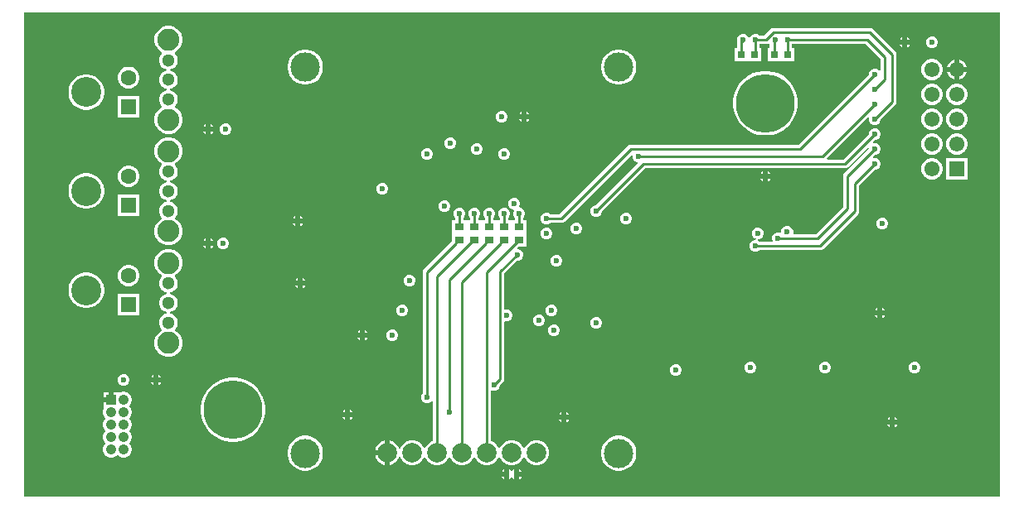
<source format=gbl>
G04*
G04 #@! TF.GenerationSoftware,Altium Limited,Altium Designer,21.9.1 (22)*
G04*
G04 Layer_Physical_Order=4*
G04 Layer_Color=16711680*
%FSLAX25Y25*%
%MOIN*%
G70*
G04*
G04 #@! TF.SameCoordinates,DC2D0AE7-CD98-4BDC-8897-A2E9BC7E3A80*
G04*
G04*
G04 #@! TF.FilePolarity,Positive*
G04*
G01*
G75*
%ADD12C,0.01000*%
%ADD16R,0.02756X0.02756*%
%ADD53C,0.07874*%
%ADD54C,0.11811*%
%ADD55C,0.06102*%
%ADD56R,0.06102X0.06102*%
%ADD57C,0.05118*%
%ADD58C,0.08858*%
%ADD59C,0.12008*%
%ADD60C,0.06319*%
%ADD61R,0.06319X0.06319*%
%ADD62R,0.04173X0.04173*%
%ADD63C,0.04173*%
%ADD64C,0.23622*%
%ADD65C,0.02362*%
%ADD66R,0.03740X0.03150*%
G36*
X315197Y-241111D02*
X-76898D01*
Y-45866D01*
X315197D01*
Y-241111D01*
D02*
G37*
%LPC*%
G36*
X263000Y-52286D02*
X224208D01*
X223552Y-52416D01*
X222996Y-52788D01*
X220498Y-55286D01*
X218627D01*
X218338Y-54997D01*
X217470Y-54638D01*
X216530D01*
X215662Y-54997D01*
X214997Y-55662D01*
X214771Y-56209D01*
X214229D01*
X214003Y-55662D01*
X213338Y-54997D01*
X212470Y-54638D01*
X211530D01*
X210662Y-54997D01*
X209997Y-55662D01*
X209638Y-56530D01*
Y-57470D01*
X209653Y-57507D01*
X209530Y-58125D01*
Y-60441D01*
X208685D01*
Y-65559D01*
X213697D01*
X213803Y-65559D01*
X214197D01*
X214303Y-65559D01*
X219315D01*
Y-60441D01*
X218592D01*
Y-58749D01*
X218627Y-58714D01*
X221208D01*
X221864Y-58584D01*
X222274Y-58310D01*
X222687Y-58478D01*
X222774Y-58565D01*
Y-60441D01*
X221929D01*
Y-65559D01*
X227047D01*
Y-65559D01*
X227441D01*
Y-65559D01*
X232559D01*
Y-60441D01*
X231714D01*
Y-58714D01*
X261290D01*
X267286Y-64710D01*
Y-69238D01*
X266786Y-69445D01*
X266338Y-68997D01*
X265470Y-68638D01*
X264530D01*
X263662Y-68997D01*
X262997Y-69662D01*
X262638Y-70530D01*
Y-70938D01*
X234290Y-99286D01*
X167000D01*
X166344Y-99416D01*
X165788Y-99788D01*
X138290Y-127286D01*
X134627D01*
X134338Y-126997D01*
X133470Y-126638D01*
X132530D01*
X131662Y-126997D01*
X130997Y-127662D01*
X130638Y-128530D01*
Y-129470D01*
X130997Y-130338D01*
X131662Y-131003D01*
X132530Y-131362D01*
X133470D01*
X134338Y-131003D01*
X134627Y-130714D01*
X139000D01*
X139656Y-130584D01*
X140212Y-130212D01*
X167240Y-103184D01*
X167664Y-103467D01*
X167638Y-103530D01*
Y-104470D01*
X167997Y-105338D01*
X168662Y-106003D01*
X169530Y-106362D01*
X169561D01*
X169752Y-106824D01*
X152938Y-123638D01*
X152530D01*
X151662Y-123997D01*
X150997Y-124662D01*
X150638Y-125530D01*
Y-126470D01*
X150997Y-127338D01*
X151662Y-128003D01*
X152530Y-128362D01*
X153470D01*
X154338Y-128003D01*
X155003Y-127338D01*
X155362Y-126470D01*
Y-126062D01*
X172710Y-108714D01*
X253000D01*
X253656Y-108584D01*
X254212Y-108212D01*
X262240Y-100184D01*
X262664Y-100467D01*
X262638Y-100530D01*
Y-100938D01*
X252788Y-110788D01*
X252416Y-111344D01*
X252286Y-112000D01*
Y-124290D01*
X241290Y-135286D01*
X232408D01*
X232134Y-134875D01*
Y-133935D01*
X231774Y-133067D01*
X231109Y-132403D01*
X230241Y-132043D01*
X229301D01*
X228433Y-132403D01*
X227769Y-133067D01*
X227409Y-133935D01*
Y-134486D01*
X226909Y-134820D01*
X226470Y-134638D01*
X225530D01*
X224662Y-134997D01*
X223997Y-135662D01*
X223638Y-136530D01*
Y-137470D01*
X223804Y-137870D01*
X223526Y-138286D01*
X218627D01*
X218338Y-137997D01*
X217717Y-137740D01*
X217816Y-137240D01*
X218348D01*
X219216Y-136881D01*
X219881Y-136216D01*
X220240Y-135348D01*
Y-134408D01*
X219881Y-133540D01*
X219216Y-132875D01*
X218348Y-132516D01*
X217408D01*
X216540Y-132875D01*
X215875Y-133540D01*
X215516Y-134408D01*
Y-135348D01*
X215875Y-136216D01*
X216540Y-136881D01*
X217161Y-137138D01*
X217061Y-137638D01*
X216530D01*
X215662Y-137997D01*
X214997Y-138662D01*
X214638Y-139530D01*
Y-140470D01*
X214997Y-141338D01*
X215662Y-142003D01*
X216530Y-142362D01*
X217470D01*
X218338Y-142003D01*
X218627Y-141714D01*
X243000D01*
X243656Y-141584D01*
X244212Y-141212D01*
X258212Y-127212D01*
X258584Y-126656D01*
X258714Y-126000D01*
Y-115710D01*
X265062Y-109362D01*
X265470D01*
X266338Y-109003D01*
X267003Y-108338D01*
X267362Y-107470D01*
Y-106530D01*
X267003Y-105662D01*
X266338Y-104997D01*
X265470Y-104638D01*
X264530D01*
X264467Y-104664D01*
X264184Y-104240D01*
X265062Y-103362D01*
X265470D01*
X266338Y-103003D01*
X267003Y-102338D01*
X267362Y-101470D01*
Y-100530D01*
X267003Y-99662D01*
X266338Y-98997D01*
X265470Y-98638D01*
X264530D01*
X264467Y-98664D01*
X264184Y-98240D01*
X265062Y-97362D01*
X265470D01*
X266338Y-97003D01*
X267003Y-96338D01*
X267362Y-95470D01*
Y-94530D01*
X267003Y-93662D01*
X266338Y-92997D01*
X265470Y-92638D01*
X264530D01*
X263662Y-92997D01*
X262997Y-93662D01*
X262638Y-94530D01*
Y-94938D01*
X252290Y-105286D01*
X245845D01*
X245638Y-104786D01*
X262240Y-88184D01*
X262664Y-88467D01*
X262638Y-88530D01*
Y-89470D01*
X262997Y-90338D01*
X263662Y-91003D01*
X264530Y-91362D01*
X265470D01*
X266338Y-91003D01*
X267003Y-90338D01*
X267362Y-89470D01*
Y-89062D01*
X273212Y-83212D01*
X273584Y-82656D01*
X273714Y-82000D01*
Y-63000D01*
X273584Y-62344D01*
X273212Y-61788D01*
X264212Y-52788D01*
X263656Y-52416D01*
X263000Y-52286D01*
D02*
G37*
G36*
X277984Y-56047D02*
Y-57016D01*
X278953D01*
X278849Y-56765D01*
X278236Y-56151D01*
X277984Y-56047D01*
D02*
G37*
G36*
X276016D02*
X275764Y-56151D01*
X275151Y-56765D01*
X275047Y-57016D01*
X276016D01*
Y-56047D01*
D02*
G37*
G36*
X278953Y-58984D02*
X277984D01*
Y-59953D01*
X278236Y-59849D01*
X278849Y-59236D01*
X278953Y-58984D01*
D02*
G37*
G36*
X276016D02*
X275047D01*
X275151Y-59236D01*
X275764Y-59849D01*
X276016Y-59953D01*
Y-58984D01*
D02*
G37*
G36*
X288470Y-55638D02*
X287530D01*
X286662Y-55997D01*
X285997Y-56662D01*
X285638Y-57530D01*
Y-58470D01*
X285997Y-59338D01*
X286662Y-60003D01*
X287530Y-60362D01*
X288470D01*
X289338Y-60003D01*
X290003Y-59338D01*
X290362Y-58470D01*
Y-57530D01*
X290003Y-56662D01*
X289338Y-55997D01*
X288470Y-55638D01*
D02*
G37*
G36*
X298984Y-65070D02*
Y-68016D01*
X301930D01*
X301775Y-67436D01*
X301242Y-66513D01*
X300487Y-65758D01*
X299564Y-65225D01*
X298984Y-65070D01*
D02*
G37*
G36*
X297016D02*
X296436Y-65225D01*
X295513Y-65758D01*
X294758Y-66513D01*
X294225Y-67436D01*
X294070Y-68016D01*
X297016D01*
Y-65070D01*
D02*
G37*
G36*
X301930Y-69984D02*
X298984D01*
Y-72930D01*
X299564Y-72775D01*
X300487Y-72242D01*
X301242Y-71487D01*
X301775Y-70564D01*
X301930Y-69984D01*
D02*
G37*
G36*
X297016D02*
X294070D01*
X294225Y-70564D01*
X294758Y-71487D01*
X295513Y-72242D01*
X296436Y-72775D01*
X297016Y-72930D01*
Y-69984D01*
D02*
G37*
G36*
X288557Y-64768D02*
X287443D01*
X286366Y-65056D01*
X285401Y-65613D01*
X284613Y-66401D01*
X284056Y-67366D01*
X283768Y-68443D01*
Y-69557D01*
X284056Y-70634D01*
X284613Y-71599D01*
X285401Y-72387D01*
X286366Y-72944D01*
X287443Y-73232D01*
X288557D01*
X289634Y-72944D01*
X290599Y-72387D01*
X291387Y-71599D01*
X291944Y-70634D01*
X292232Y-69557D01*
Y-68443D01*
X291944Y-67366D01*
X291387Y-66401D01*
X290599Y-65613D01*
X289634Y-65056D01*
X288557Y-64768D01*
D02*
G37*
G36*
X162698Y-60913D02*
X161302D01*
X159933Y-61186D01*
X158643Y-61720D01*
X157483Y-62495D01*
X156495Y-63483D01*
X155720Y-64643D01*
X155186Y-65933D01*
X154913Y-67302D01*
Y-68698D01*
X155186Y-70067D01*
X155720Y-71357D01*
X156495Y-72517D01*
X157483Y-73505D01*
X158643Y-74280D01*
X159933Y-74814D01*
X161302Y-75087D01*
X162698D01*
X164067Y-74814D01*
X165357Y-74280D01*
X166517Y-73505D01*
X167505Y-72517D01*
X168280Y-71357D01*
X168814Y-70067D01*
X169087Y-68698D01*
Y-67302D01*
X168814Y-65933D01*
X168280Y-64643D01*
X167505Y-63483D01*
X166517Y-62495D01*
X165357Y-61720D01*
X164067Y-61186D01*
X162698Y-60913D01*
D02*
G37*
G36*
X36714D02*
X35318D01*
X33949Y-61186D01*
X32659Y-61720D01*
X31498Y-62495D01*
X30511Y-63483D01*
X29736Y-64643D01*
X29201Y-65933D01*
X28929Y-67302D01*
Y-68698D01*
X29201Y-70067D01*
X29736Y-71357D01*
X30511Y-72517D01*
X31498Y-73505D01*
X32659Y-74280D01*
X33949Y-74814D01*
X35318Y-75087D01*
X36714D01*
X38083Y-74814D01*
X39373Y-74280D01*
X40533Y-73505D01*
X41520Y-72517D01*
X42296Y-71357D01*
X42830Y-70067D01*
X43102Y-68698D01*
Y-67302D01*
X42830Y-65933D01*
X42296Y-64643D01*
X41520Y-63483D01*
X40533Y-62495D01*
X39373Y-61720D01*
X38083Y-61186D01*
X36714Y-60913D01*
D02*
G37*
G36*
X-34429Y-67848D02*
X-35571D01*
X-36675Y-68144D01*
X-37665Y-68716D01*
X-38473Y-69524D01*
X-39045Y-70514D01*
X-39341Y-71618D01*
Y-72760D01*
X-39045Y-73864D01*
X-38473Y-74854D01*
X-37665Y-75662D01*
X-36675Y-76234D01*
X-35571Y-76530D01*
X-34429D01*
X-33325Y-76234D01*
X-32335Y-75662D01*
X-31527Y-74854D01*
X-30955Y-73864D01*
X-30659Y-72760D01*
Y-71618D01*
X-30955Y-70514D01*
X-31527Y-69524D01*
X-32335Y-68716D01*
X-33325Y-68144D01*
X-34429Y-67848D01*
D02*
G37*
G36*
X298557Y-74768D02*
X297443D01*
X296366Y-75056D01*
X295401Y-75613D01*
X294613Y-76401D01*
X294056Y-77366D01*
X293768Y-78443D01*
Y-79557D01*
X294056Y-80634D01*
X294613Y-81599D01*
X295401Y-82387D01*
X296366Y-82944D01*
X297443Y-83232D01*
X298557D01*
X299634Y-82944D01*
X300599Y-82387D01*
X301387Y-81599D01*
X301944Y-80634D01*
X302232Y-79557D01*
Y-78443D01*
X301944Y-77366D01*
X301387Y-76401D01*
X300599Y-75613D01*
X299634Y-75056D01*
X298557Y-74768D01*
D02*
G37*
G36*
X288557D02*
X287443D01*
X286366Y-75056D01*
X285401Y-75613D01*
X284613Y-76401D01*
X284056Y-77366D01*
X283768Y-78443D01*
Y-79557D01*
X284056Y-80634D01*
X284613Y-81599D01*
X285401Y-82387D01*
X286366Y-82944D01*
X287443Y-83232D01*
X288557D01*
X289634Y-82944D01*
X290599Y-82387D01*
X291387Y-81599D01*
X291944Y-80634D01*
X292232Y-79557D01*
Y-78443D01*
X291944Y-77366D01*
X291387Y-76401D01*
X290599Y-75613D01*
X289634Y-75056D01*
X288557Y-74768D01*
D02*
G37*
G36*
X-51300Y-70910D02*
X-52715D01*
X-54104Y-71186D01*
X-55411Y-71727D01*
X-56588Y-72514D01*
X-57589Y-73514D01*
X-58375Y-74691D01*
X-58917Y-75999D01*
X-59193Y-77387D01*
Y-78802D01*
X-58917Y-80190D01*
X-58375Y-81498D01*
X-57589Y-82675D01*
X-56588Y-83675D01*
X-55411Y-84462D01*
X-54104Y-85003D01*
X-52715Y-85280D01*
X-51300D01*
X-49912Y-85003D01*
X-48605Y-84462D01*
X-47428Y-83675D01*
X-46427Y-82675D01*
X-45641Y-81498D01*
X-45099Y-80190D01*
X-44823Y-78802D01*
Y-77387D01*
X-45099Y-75999D01*
X-45641Y-74691D01*
X-46427Y-73514D01*
X-47428Y-72514D01*
X-48605Y-71727D01*
X-49912Y-71186D01*
X-51300Y-70910D01*
D02*
G37*
G36*
X124984Y-86047D02*
Y-87016D01*
X125953D01*
X125849Y-86765D01*
X125235Y-86151D01*
X124984Y-86047D01*
D02*
G37*
G36*
X123016D02*
X122765Y-86151D01*
X122151Y-86765D01*
X122047Y-87016D01*
X123016D01*
Y-86047D01*
D02*
G37*
G36*
X-30659Y-79659D02*
X-39341D01*
Y-88341D01*
X-30659D01*
Y-79659D01*
D02*
G37*
G36*
X125953Y-88984D02*
X124984D01*
Y-89953D01*
X125235Y-89849D01*
X125849Y-89236D01*
X125953Y-88984D01*
D02*
G37*
G36*
X123016D02*
X122047D01*
X122151Y-89236D01*
X122765Y-89849D01*
X123016Y-89953D01*
Y-88984D01*
D02*
G37*
G36*
X115470Y-85638D02*
X114530D01*
X113662Y-85997D01*
X112997Y-86662D01*
X112638Y-87530D01*
Y-88470D01*
X112997Y-89338D01*
X113662Y-90003D01*
X114530Y-90362D01*
X115470D01*
X116338Y-90003D01*
X117003Y-89338D01*
X117362Y-88470D01*
Y-87530D01*
X117003Y-86662D01*
X116338Y-85997D01*
X115470Y-85638D01*
D02*
G37*
G36*
X-2016Y-91047D02*
Y-92016D01*
X-1047D01*
X-1151Y-91764D01*
X-1764Y-91151D01*
X-2016Y-91047D01*
D02*
G37*
G36*
X-3984D02*
X-4236Y-91151D01*
X-4849Y-91764D01*
X-4953Y-92016D01*
X-3984D01*
Y-91047D01*
D02*
G37*
G36*
X298557Y-84768D02*
X297443D01*
X296366Y-85056D01*
X295401Y-85613D01*
X294613Y-86401D01*
X294056Y-87366D01*
X293768Y-88443D01*
Y-89557D01*
X294056Y-90634D01*
X294613Y-91599D01*
X295401Y-92387D01*
X296366Y-92944D01*
X297443Y-93232D01*
X298557D01*
X299634Y-92944D01*
X300599Y-92387D01*
X301387Y-91599D01*
X301944Y-90634D01*
X302232Y-89557D01*
Y-88443D01*
X301944Y-87366D01*
X301387Y-86401D01*
X300599Y-85613D01*
X299634Y-85056D01*
X298557Y-84768D01*
D02*
G37*
G36*
X288557D02*
X287443D01*
X286366Y-85056D01*
X285401Y-85613D01*
X284613Y-86401D01*
X284056Y-87366D01*
X283768Y-88443D01*
Y-89557D01*
X284056Y-90634D01*
X284613Y-91599D01*
X285401Y-92387D01*
X286366Y-92944D01*
X287443Y-93232D01*
X288557D01*
X289634Y-92944D01*
X290599Y-92387D01*
X291387Y-91599D01*
X291944Y-90634D01*
X292232Y-89557D01*
Y-88443D01*
X291944Y-87366D01*
X291387Y-86401D01*
X290599Y-85613D01*
X289634Y-85056D01*
X288557Y-84768D01*
D02*
G37*
G36*
X-18261Y-51374D02*
X-19739D01*
X-21166Y-51756D01*
X-22445Y-52495D01*
X-23489Y-53540D01*
X-24228Y-54819D01*
X-24610Y-56246D01*
Y-57723D01*
X-24228Y-59150D01*
X-23489Y-60429D01*
X-22445Y-61474D01*
X-21667Y-61923D01*
X-21585Y-62547D01*
X-21993Y-62955D01*
X-22485Y-63808D01*
X-22740Y-64760D01*
Y-65744D01*
X-22485Y-66696D01*
X-21993Y-67549D01*
X-21296Y-68245D01*
X-20444Y-68737D01*
X-19724Y-68930D01*
Y-69448D01*
X-20444Y-69641D01*
X-21296Y-70133D01*
X-21993Y-70829D01*
X-22485Y-71682D01*
X-22740Y-72634D01*
Y-73618D01*
X-22485Y-74570D01*
X-21993Y-75423D01*
X-21296Y-76119D01*
X-20444Y-76611D01*
X-19724Y-76804D01*
Y-77322D01*
X-20444Y-77515D01*
X-21296Y-78007D01*
X-21993Y-78703D01*
X-22485Y-79556D01*
X-22740Y-80508D01*
Y-81492D01*
X-22485Y-82444D01*
X-21993Y-83297D01*
X-21585Y-83705D01*
X-21667Y-84329D01*
X-22445Y-84778D01*
X-23489Y-85823D01*
X-24228Y-87102D01*
X-24610Y-88529D01*
Y-90006D01*
X-24228Y-91433D01*
X-23489Y-92712D01*
X-22445Y-93757D01*
X-21166Y-94496D01*
X-19739Y-94878D01*
X-18261D01*
X-16835Y-94496D01*
X-15555Y-93757D01*
X-14511Y-92712D01*
X-13772Y-91433D01*
X-13390Y-90006D01*
Y-88529D01*
X-13772Y-87102D01*
X-14511Y-85823D01*
X-15555Y-84778D01*
X-16333Y-84329D01*
X-16415Y-83705D01*
X-16007Y-83297D01*
X-15515Y-82444D01*
X-15260Y-81492D01*
Y-80508D01*
X-15515Y-79556D01*
X-16007Y-78703D01*
X-16703Y-78007D01*
X-17556Y-77515D01*
X-18276Y-77322D01*
Y-76804D01*
X-17556Y-76611D01*
X-16703Y-76119D01*
X-16007Y-75423D01*
X-15515Y-74570D01*
X-15260Y-73618D01*
Y-72634D01*
X-15515Y-71682D01*
X-16007Y-70829D01*
X-16703Y-70133D01*
X-17556Y-69641D01*
X-18276Y-69448D01*
Y-68930D01*
X-17556Y-68737D01*
X-16703Y-68245D01*
X-16007Y-67549D01*
X-15515Y-66696D01*
X-15260Y-65744D01*
Y-64760D01*
X-15515Y-63808D01*
X-16007Y-62955D01*
X-16415Y-62547D01*
X-16333Y-61923D01*
X-15555Y-61474D01*
X-14511Y-60429D01*
X-13772Y-59150D01*
X-13390Y-57723D01*
Y-56246D01*
X-13772Y-54819D01*
X-14511Y-53540D01*
X-15555Y-52495D01*
X-16835Y-51756D01*
X-18261Y-51374D01*
D02*
G37*
G36*
X-1047Y-93984D02*
X-2016D01*
Y-94953D01*
X-1764Y-94849D01*
X-1151Y-94235D01*
X-1047Y-93984D01*
D02*
G37*
G36*
X-3984D02*
X-4953D01*
X-4849Y-94235D01*
X-4236Y-94849D01*
X-3984Y-94953D01*
Y-93984D01*
D02*
G37*
G36*
X4470Y-90638D02*
X3530D01*
X2662Y-90997D01*
X1997Y-91662D01*
X1638Y-92530D01*
Y-93470D01*
X1997Y-94338D01*
X2662Y-95003D01*
X3530Y-95362D01*
X4470D01*
X5338Y-95003D01*
X6003Y-94338D01*
X6362Y-93470D01*
Y-92530D01*
X6003Y-91662D01*
X5338Y-90997D01*
X4470Y-90638D01*
D02*
G37*
G36*
X222023Y-69508D02*
X219977D01*
X217958Y-69828D01*
X216013Y-70460D01*
X214191Y-71388D01*
X212536Y-72590D01*
X211090Y-74036D01*
X209888Y-75691D01*
X208960Y-77513D01*
X208328Y-79458D01*
X208008Y-81477D01*
Y-83522D01*
X208328Y-85542D01*
X208960Y-87487D01*
X209888Y-89309D01*
X211090Y-90964D01*
X212536Y-92410D01*
X214191Y-93612D01*
X216013Y-94540D01*
X217958Y-95172D01*
X219977Y-95492D01*
X222023D01*
X224042Y-95172D01*
X225987Y-94540D01*
X227809Y-93612D01*
X229464Y-92410D01*
X230910Y-90964D01*
X232112Y-89309D01*
X233040Y-87487D01*
X233672Y-85542D01*
X233992Y-83522D01*
Y-81477D01*
X233672Y-79458D01*
X233040Y-77513D01*
X232112Y-75691D01*
X230910Y-74036D01*
X229464Y-72590D01*
X227809Y-71388D01*
X225987Y-70460D01*
X224042Y-69828D01*
X222023Y-69508D01*
D02*
G37*
G36*
X94872Y-96217D02*
X93932D01*
X93064Y-96576D01*
X92399Y-97241D01*
X92040Y-98109D01*
Y-99049D01*
X92399Y-99917D01*
X93064Y-100581D01*
X93932Y-100941D01*
X94872D01*
X95740Y-100581D01*
X96405Y-99917D01*
X96764Y-99049D01*
Y-98109D01*
X96405Y-97241D01*
X95740Y-96576D01*
X94872Y-96217D01*
D02*
G37*
G36*
X298557Y-94768D02*
X297443D01*
X296366Y-95056D01*
X295401Y-95613D01*
X294613Y-96401D01*
X294056Y-97366D01*
X293768Y-98443D01*
Y-99557D01*
X294056Y-100634D01*
X294613Y-101599D01*
X295401Y-102387D01*
X296366Y-102944D01*
X297443Y-103232D01*
X298557D01*
X299634Y-102944D01*
X300599Y-102387D01*
X301387Y-101599D01*
X301944Y-100634D01*
X302232Y-99557D01*
Y-98443D01*
X301944Y-97366D01*
X301387Y-96401D01*
X300599Y-95613D01*
X299634Y-95056D01*
X298557Y-94768D01*
D02*
G37*
G36*
X288557D02*
X287443D01*
X286366Y-95056D01*
X285401Y-95613D01*
X284613Y-96401D01*
X284056Y-97366D01*
X283768Y-98443D01*
Y-99557D01*
X284056Y-100634D01*
X284613Y-101599D01*
X285401Y-102387D01*
X286366Y-102944D01*
X287443Y-103232D01*
X288557D01*
X289634Y-102944D01*
X290599Y-102387D01*
X291387Y-101599D01*
X291944Y-100634D01*
X292232Y-99557D01*
Y-98443D01*
X291944Y-97366D01*
X291387Y-96401D01*
X290599Y-95613D01*
X289634Y-95056D01*
X288557Y-94768D01*
D02*
G37*
G36*
X105470Y-98638D02*
X104530D01*
X103662Y-98997D01*
X102997Y-99662D01*
X102638Y-100530D01*
Y-101470D01*
X102997Y-102338D01*
X103662Y-103003D01*
X104530Y-103362D01*
X105470D01*
X106338Y-103003D01*
X107003Y-102338D01*
X107362Y-101470D01*
Y-100530D01*
X107003Y-99662D01*
X106338Y-98997D01*
X105470Y-98638D01*
D02*
G37*
G36*
X116470Y-100638D02*
X115530D01*
X114662Y-100997D01*
X113997Y-101662D01*
X113638Y-102530D01*
Y-103470D01*
X113997Y-104338D01*
X114662Y-105003D01*
X115530Y-105362D01*
X116470D01*
X117338Y-105003D01*
X118003Y-104338D01*
X118362Y-103470D01*
Y-102530D01*
X118003Y-101662D01*
X117338Y-100997D01*
X116470Y-100638D01*
D02*
G37*
G36*
X85470D02*
X84530D01*
X83662Y-100997D01*
X82997Y-101662D01*
X82638Y-102530D01*
Y-103470D01*
X82997Y-104338D01*
X83662Y-105003D01*
X84530Y-105362D01*
X85470D01*
X86338Y-105003D01*
X87003Y-104338D01*
X87362Y-103470D01*
Y-102530D01*
X87003Y-101662D01*
X86338Y-100997D01*
X85470Y-100638D01*
D02*
G37*
G36*
X221984Y-110047D02*
Y-111016D01*
X222953D01*
X222849Y-110765D01*
X222235Y-110151D01*
X221984Y-110047D01*
D02*
G37*
G36*
X220016D02*
X219764Y-110151D01*
X219151Y-110765D01*
X219047Y-111016D01*
X220016D01*
Y-110047D01*
D02*
G37*
G36*
X302232Y-104768D02*
X293768D01*
Y-113232D01*
X302232D01*
Y-104768D01*
D02*
G37*
G36*
X288557D02*
X287443D01*
X286366Y-105056D01*
X285401Y-105613D01*
X284613Y-106401D01*
X284056Y-107366D01*
X283768Y-108443D01*
Y-109557D01*
X284056Y-110634D01*
X284613Y-111599D01*
X285401Y-112387D01*
X286366Y-112944D01*
X287443Y-113232D01*
X288557D01*
X289634Y-112944D01*
X290599Y-112387D01*
X291387Y-111599D01*
X291944Y-110634D01*
X292232Y-109557D01*
Y-108443D01*
X291944Y-107366D01*
X291387Y-106401D01*
X290599Y-105613D01*
X289634Y-105056D01*
X288557Y-104768D01*
D02*
G37*
G36*
X222953Y-112984D02*
X221984D01*
Y-113953D01*
X222235Y-113849D01*
X222849Y-113235D01*
X222953Y-112984D01*
D02*
G37*
G36*
X220016D02*
X219047D01*
X219151Y-113235D01*
X219764Y-113849D01*
X220016Y-113953D01*
Y-112984D01*
D02*
G37*
G36*
X-34429Y-107659D02*
X-35571D01*
X-36675Y-107955D01*
X-37665Y-108527D01*
X-38473Y-109335D01*
X-39045Y-110325D01*
X-39341Y-111429D01*
Y-112571D01*
X-39045Y-113675D01*
X-38473Y-114665D01*
X-37665Y-115473D01*
X-36675Y-116045D01*
X-35571Y-116341D01*
X-34429D01*
X-33325Y-116045D01*
X-32335Y-115473D01*
X-31527Y-114665D01*
X-30955Y-113675D01*
X-30659Y-112571D01*
Y-111429D01*
X-30955Y-110325D01*
X-31527Y-109335D01*
X-32335Y-108527D01*
X-33325Y-107955D01*
X-34429Y-107659D01*
D02*
G37*
G36*
X67470Y-114638D02*
X66530D01*
X65662Y-114997D01*
X64997Y-115662D01*
X64638Y-116530D01*
Y-117470D01*
X64997Y-118338D01*
X65662Y-119003D01*
X66530Y-119362D01*
X67470D01*
X68338Y-119003D01*
X69003Y-118338D01*
X69362Y-117470D01*
Y-116530D01*
X69003Y-115662D01*
X68338Y-114997D01*
X67470Y-114638D01*
D02*
G37*
G36*
X-51300Y-110721D02*
X-52715D01*
X-54104Y-110997D01*
X-55411Y-111538D01*
X-56588Y-112325D01*
X-57589Y-113325D01*
X-58375Y-114502D01*
X-58917Y-115810D01*
X-59193Y-117198D01*
Y-118613D01*
X-58917Y-120001D01*
X-58375Y-121309D01*
X-57589Y-122486D01*
X-56588Y-123486D01*
X-55411Y-124273D01*
X-54104Y-124814D01*
X-52715Y-125091D01*
X-51300D01*
X-49912Y-124814D01*
X-48605Y-124273D01*
X-47428Y-123486D01*
X-46427Y-122486D01*
X-45641Y-121309D01*
X-45099Y-120001D01*
X-44823Y-118613D01*
Y-117198D01*
X-45099Y-115810D01*
X-45641Y-114502D01*
X-46427Y-113325D01*
X-47428Y-112325D01*
X-48605Y-111538D01*
X-49912Y-110997D01*
X-51300Y-110721D01*
D02*
G37*
G36*
X92470Y-121638D02*
X91530D01*
X90662Y-121997D01*
X89997Y-122662D01*
X89638Y-123530D01*
Y-124470D01*
X89997Y-125338D01*
X90662Y-126003D01*
X91530Y-126362D01*
X92470D01*
X93338Y-126003D01*
X94003Y-125338D01*
X94362Y-124470D01*
Y-123530D01*
X94003Y-122662D01*
X93338Y-121997D01*
X92470Y-121638D01*
D02*
G37*
G36*
X-30659Y-119471D02*
X-39341D01*
Y-128152D01*
X-30659D01*
Y-119471D01*
D02*
G37*
G36*
X33984Y-128047D02*
Y-129016D01*
X34953D01*
X34849Y-128764D01*
X34236Y-128151D01*
X33984Y-128047D01*
D02*
G37*
G36*
X32016D02*
X31765Y-128151D01*
X31151Y-128764D01*
X31047Y-129016D01*
X32016D01*
Y-128047D01*
D02*
G37*
G36*
X120470Y-120638D02*
X119530D01*
X118662Y-120997D01*
X117997Y-121662D01*
X117638Y-122530D01*
Y-123470D01*
X117997Y-124338D01*
X118662Y-125003D01*
X119530Y-125362D01*
X119644D01*
X119914Y-125862D01*
X119638Y-126530D01*
Y-127470D01*
X119997Y-128338D01*
X120286Y-128627D01*
Y-129685D01*
X117714D01*
Y-128627D01*
X118003Y-128338D01*
X118362Y-127470D01*
Y-126530D01*
X118003Y-125662D01*
X117338Y-124997D01*
X116470Y-124638D01*
X115530D01*
X114662Y-124997D01*
X113997Y-125662D01*
X113638Y-126530D01*
Y-127470D01*
X113997Y-128338D01*
X114286Y-128627D01*
Y-129685D01*
X111714D01*
Y-128627D01*
X112003Y-128338D01*
X112362Y-127470D01*
Y-126530D01*
X112003Y-125662D01*
X111338Y-124997D01*
X110470Y-124638D01*
X109530D01*
X108662Y-124997D01*
X107997Y-125662D01*
X107638Y-126530D01*
Y-127470D01*
X107997Y-128338D01*
X108286Y-128627D01*
Y-129685D01*
X105714D01*
Y-128627D01*
X106003Y-128338D01*
X106362Y-127470D01*
Y-126530D01*
X106003Y-125662D01*
X105338Y-124997D01*
X104470Y-124638D01*
X103530D01*
X102662Y-124997D01*
X101997Y-125662D01*
X101638Y-126530D01*
Y-127470D01*
X101997Y-128338D01*
X102286Y-128627D01*
Y-129685D01*
X101051D01*
Y-129685D01*
X99714D01*
Y-128627D01*
X100003Y-128338D01*
X100362Y-127470D01*
Y-126530D01*
X100003Y-125662D01*
X99338Y-124997D01*
X98470Y-124638D01*
X97530D01*
X96662Y-124997D01*
X95997Y-125662D01*
X95638Y-126530D01*
Y-127470D01*
X95997Y-128338D01*
X96286Y-128627D01*
Y-129685D01*
X94949D01*
Y-135197D01*
Y-138186D01*
X83788Y-149347D01*
X83416Y-149903D01*
X83286Y-150559D01*
Y-199373D01*
X82997Y-199662D01*
X82638Y-200530D01*
Y-201470D01*
X82997Y-202338D01*
X83662Y-203003D01*
X84530Y-203362D01*
X85470D01*
X86338Y-203003D01*
X86786Y-202555D01*
X87286Y-202762D01*
Y-218478D01*
X87032Y-218546D01*
X85865Y-219219D01*
X84912Y-220172D01*
X84277Y-221273D01*
X84008Y-221309D01*
X83739Y-221273D01*
X83103Y-220172D01*
X82151Y-219219D01*
X80983Y-218546D01*
X79682Y-218197D01*
X78334D01*
X77032Y-218546D01*
X75865Y-219219D01*
X74912Y-220172D01*
X74239Y-221339D01*
X74164Y-221617D01*
X73664D01*
X73608Y-221409D01*
X72958Y-220284D01*
X72039Y-219364D01*
X70913Y-218714D01*
X69992Y-218467D01*
Y-223315D01*
Y-228162D01*
X70913Y-227916D01*
X72039Y-227266D01*
X72958Y-226346D01*
X73608Y-225221D01*
X73664Y-225013D01*
X74164D01*
X74239Y-225290D01*
X74912Y-226458D01*
X75865Y-227411D01*
X77032Y-228084D01*
X78334Y-228433D01*
X79682D01*
X80983Y-228084D01*
X82151Y-227411D01*
X83103Y-226458D01*
X83739Y-225357D01*
X84008Y-225321D01*
X84277Y-225357D01*
X84912Y-226458D01*
X85865Y-227411D01*
X87032Y-228084D01*
X88334Y-228433D01*
X89682D01*
X90983Y-228084D01*
X92150Y-227411D01*
X93103Y-226458D01*
X93739Y-225357D01*
X94008Y-225321D01*
X94277Y-225357D01*
X94912Y-226458D01*
X95865Y-227411D01*
X97032Y-228084D01*
X98334Y-228433D01*
X99682D01*
X100983Y-228084D01*
X102150Y-227411D01*
X103103Y-226458D01*
X103739Y-225357D01*
X104008Y-225321D01*
X104277Y-225357D01*
X104912Y-226458D01*
X105865Y-227411D01*
X107032Y-228084D01*
X108334Y-228433D01*
X109682D01*
X110983Y-228084D01*
X112151Y-227411D01*
X113103Y-226458D01*
X113739Y-225357D01*
X114008Y-225321D01*
X114277Y-225357D01*
X114912Y-226458D01*
X115865Y-227411D01*
X117032Y-228084D01*
X118334Y-228433D01*
X119682D01*
X120983Y-228084D01*
X122151Y-227411D01*
X123103Y-226458D01*
X123739Y-225357D01*
X124008Y-225321D01*
X124277Y-225357D01*
X124912Y-226458D01*
X125865Y-227411D01*
X127032Y-228084D01*
X128334Y-228433D01*
X129682D01*
X130983Y-228084D01*
X132150Y-227411D01*
X133103Y-226458D01*
X133777Y-225290D01*
X134126Y-223989D01*
Y-222641D01*
X133777Y-221339D01*
X133103Y-220172D01*
X132150Y-219219D01*
X130983Y-218546D01*
X129682Y-218197D01*
X128334D01*
X127032Y-218546D01*
X125865Y-219219D01*
X124912Y-220172D01*
X124277Y-221273D01*
X124008Y-221309D01*
X123739Y-221273D01*
X123103Y-220172D01*
X122151Y-219219D01*
X120983Y-218546D01*
X119682Y-218197D01*
X118334D01*
X117032Y-218546D01*
X115865Y-219219D01*
X114912Y-220172D01*
X114277Y-221273D01*
X114008Y-221309D01*
X113739Y-221273D01*
X113103Y-220172D01*
X112151Y-219219D01*
X110983Y-218546D01*
X110714Y-218474D01*
Y-198474D01*
X111130Y-198196D01*
X111530Y-198362D01*
X112470D01*
X113338Y-198003D01*
X114003Y-197338D01*
X114362Y-196470D01*
Y-196062D01*
X115531Y-194893D01*
X115902Y-194337D01*
X116033Y-193681D01*
Y-170606D01*
X116449Y-170328D01*
X116530Y-170362D01*
X117470D01*
X118338Y-170003D01*
X119003Y-169338D01*
X119362Y-168470D01*
Y-167530D01*
X119003Y-166662D01*
X118338Y-165997D01*
X117470Y-165638D01*
X116530D01*
X116449Y-165672D01*
X116033Y-165394D01*
Y-151116D01*
X121198Y-145951D01*
X121606D01*
X122474Y-145591D01*
X123139Y-144927D01*
X123499Y-144059D01*
Y-143119D01*
X123139Y-142251D01*
X122474Y-141586D01*
X121606Y-141226D01*
X121410D01*
X121219Y-140764D01*
X121668Y-140315D01*
X125051D01*
Y-135197D01*
Y-129685D01*
X123714D01*
Y-128627D01*
X124003Y-128338D01*
X124362Y-127470D01*
Y-126530D01*
X124003Y-125662D01*
X123338Y-124997D01*
X122470Y-124638D01*
X122356D01*
X122085Y-124138D01*
X122362Y-123470D01*
Y-122530D01*
X122003Y-121662D01*
X121338Y-120997D01*
X120470Y-120638D01*
D02*
G37*
G36*
X165470Y-126638D02*
X164530D01*
X163662Y-126997D01*
X162997Y-127662D01*
X162638Y-128530D01*
Y-129470D01*
X162997Y-130338D01*
X163662Y-131003D01*
X164530Y-131362D01*
X165470D01*
X166338Y-131003D01*
X167003Y-130338D01*
X167362Y-129470D01*
Y-128530D01*
X167003Y-127662D01*
X166338Y-126997D01*
X165470Y-126638D01*
D02*
G37*
G36*
X34953Y-130984D02*
X33984D01*
Y-131953D01*
X34236Y-131849D01*
X34849Y-131236D01*
X34953Y-130984D01*
D02*
G37*
G36*
X32016D02*
X31047D01*
X31151Y-131236D01*
X31765Y-131849D01*
X32016Y-131953D01*
Y-130984D01*
D02*
G37*
G36*
X268470Y-128638D02*
X267530D01*
X266662Y-128997D01*
X265997Y-129662D01*
X265638Y-130530D01*
Y-131470D01*
X265997Y-132338D01*
X266662Y-133003D01*
X267530Y-133362D01*
X268470D01*
X269338Y-133003D01*
X270003Y-132338D01*
X270362Y-131470D01*
Y-130530D01*
X270003Y-129662D01*
X269338Y-128997D01*
X268470Y-128638D01*
D02*
G37*
G36*
X145470Y-130638D02*
X144530D01*
X143662Y-130997D01*
X142997Y-131662D01*
X142638Y-132530D01*
Y-133470D01*
X142997Y-134338D01*
X143662Y-135003D01*
X144530Y-135362D01*
X145470D01*
X146338Y-135003D01*
X147003Y-134338D01*
X147362Y-133470D01*
Y-132530D01*
X147003Y-131662D01*
X146338Y-130997D01*
X145470Y-130638D01*
D02*
G37*
G36*
X133470Y-132638D02*
X132530D01*
X131662Y-132997D01*
X130997Y-133662D01*
X130638Y-134530D01*
Y-135470D01*
X130997Y-136338D01*
X131662Y-137003D01*
X132530Y-137362D01*
X133470D01*
X134338Y-137003D01*
X135003Y-136338D01*
X135362Y-135470D01*
Y-134530D01*
X135003Y-133662D01*
X134338Y-132997D01*
X133470Y-132638D01*
D02*
G37*
G36*
X-2016Y-137047D02*
Y-138016D01*
X-1047D01*
X-1151Y-137765D01*
X-1764Y-137151D01*
X-2016Y-137047D01*
D02*
G37*
G36*
X-3984D02*
X-4236Y-137151D01*
X-4849Y-137765D01*
X-4953Y-138016D01*
X-3984D01*
Y-137047D01*
D02*
G37*
G36*
X-18261Y-96248D02*
X-19739D01*
X-21166Y-96630D01*
X-22445Y-97369D01*
X-23489Y-98413D01*
X-24228Y-99693D01*
X-24610Y-101120D01*
Y-102597D01*
X-24228Y-104024D01*
X-23489Y-105303D01*
X-22445Y-106348D01*
X-21667Y-106797D01*
X-21585Y-107421D01*
X-21993Y-107829D01*
X-22485Y-108682D01*
X-22740Y-109634D01*
Y-110618D01*
X-22485Y-111570D01*
X-21993Y-112423D01*
X-21296Y-113119D01*
X-20444Y-113611D01*
X-19724Y-113804D01*
Y-114322D01*
X-20444Y-114515D01*
X-21296Y-115007D01*
X-21993Y-115703D01*
X-22485Y-116556D01*
X-22740Y-117508D01*
Y-118492D01*
X-22485Y-119444D01*
X-21993Y-120297D01*
X-21296Y-120993D01*
X-20444Y-121485D01*
X-19724Y-121678D01*
Y-122196D01*
X-20444Y-122389D01*
X-21296Y-122881D01*
X-21993Y-123577D01*
X-22485Y-124430D01*
X-22740Y-125382D01*
Y-126366D01*
X-22485Y-127318D01*
X-21993Y-128171D01*
X-21585Y-128579D01*
X-21667Y-129203D01*
X-22445Y-129652D01*
X-23489Y-130697D01*
X-24228Y-131976D01*
X-24610Y-133403D01*
Y-134880D01*
X-24228Y-136307D01*
X-23489Y-137586D01*
X-22445Y-138631D01*
X-21166Y-139370D01*
X-19739Y-139752D01*
X-18261D01*
X-16835Y-139370D01*
X-15555Y-138631D01*
X-14511Y-137586D01*
X-13772Y-136307D01*
X-13390Y-134880D01*
Y-133403D01*
X-13772Y-131976D01*
X-14511Y-130697D01*
X-15555Y-129652D01*
X-16333Y-129203D01*
X-16415Y-128579D01*
X-16007Y-128171D01*
X-15515Y-127318D01*
X-15260Y-126366D01*
Y-125382D01*
X-15515Y-124430D01*
X-16007Y-123577D01*
X-16703Y-122881D01*
X-17556Y-122389D01*
X-18276Y-122196D01*
Y-121678D01*
X-17556Y-121485D01*
X-16703Y-120993D01*
X-16007Y-120297D01*
X-15515Y-119444D01*
X-15260Y-118492D01*
Y-117508D01*
X-15515Y-116556D01*
X-16007Y-115703D01*
X-16703Y-115007D01*
X-17556Y-114515D01*
X-18276Y-114322D01*
Y-113804D01*
X-17556Y-113611D01*
X-16703Y-113119D01*
X-16007Y-112423D01*
X-15515Y-111570D01*
X-15260Y-110618D01*
Y-109634D01*
X-15515Y-108682D01*
X-16007Y-107829D01*
X-16415Y-107421D01*
X-16333Y-106797D01*
X-15555Y-106348D01*
X-14511Y-105303D01*
X-13772Y-104024D01*
X-13390Y-102597D01*
Y-101120D01*
X-13772Y-99693D01*
X-14511Y-98413D01*
X-15555Y-97369D01*
X-16835Y-96630D01*
X-18261Y-96248D01*
D02*
G37*
G36*
X-1047Y-139984D02*
X-2016D01*
Y-140953D01*
X-1764Y-140849D01*
X-1151Y-140235D01*
X-1047Y-139984D01*
D02*
G37*
G36*
X-3984D02*
X-4953D01*
X-4849Y-140235D01*
X-4236Y-140849D01*
X-3984Y-140953D01*
Y-139984D01*
D02*
G37*
G36*
X3470Y-136638D02*
X2530D01*
X1662Y-136997D01*
X997Y-137662D01*
X638Y-138530D01*
Y-139470D01*
X997Y-140338D01*
X1662Y-141003D01*
X2530Y-141362D01*
X3470D01*
X4338Y-141003D01*
X5003Y-140338D01*
X5362Y-139470D01*
Y-138530D01*
X5003Y-137662D01*
X4338Y-136997D01*
X3470Y-136638D01*
D02*
G37*
G36*
X137470Y-143638D02*
X136530D01*
X135662Y-143997D01*
X134997Y-144662D01*
X134638Y-145530D01*
Y-146470D01*
X134997Y-147338D01*
X135662Y-148003D01*
X136530Y-148362D01*
X137470D01*
X138338Y-148003D01*
X139003Y-147338D01*
X139362Y-146470D01*
Y-145530D01*
X139003Y-144662D01*
X138338Y-143997D01*
X137470Y-143638D01*
D02*
G37*
G36*
X34984Y-153047D02*
Y-154016D01*
X35953D01*
X35849Y-153764D01*
X35236Y-153151D01*
X34984Y-153047D01*
D02*
G37*
G36*
X33016D02*
X32765Y-153151D01*
X32151Y-153764D01*
X32047Y-154016D01*
X33016D01*
Y-153047D01*
D02*
G37*
G36*
X78375Y-151601D02*
X77435D01*
X76567Y-151961D01*
X75903Y-152626D01*
X75543Y-153494D01*
Y-154434D01*
X75903Y-155302D01*
X76567Y-155966D01*
X77435Y-156326D01*
X78375D01*
X79243Y-155966D01*
X79908Y-155302D01*
X80268Y-154434D01*
Y-153494D01*
X79908Y-152626D01*
X79243Y-151961D01*
X78375Y-151601D01*
D02*
G37*
G36*
X-34429Y-147659D02*
X-35571D01*
X-36675Y-147955D01*
X-37665Y-148527D01*
X-38473Y-149335D01*
X-39045Y-150325D01*
X-39341Y-151429D01*
Y-152571D01*
X-39045Y-153675D01*
X-38473Y-154665D01*
X-37665Y-155473D01*
X-36675Y-156045D01*
X-35571Y-156341D01*
X-34429D01*
X-33325Y-156045D01*
X-32335Y-155473D01*
X-31527Y-154665D01*
X-30955Y-153675D01*
X-30659Y-152571D01*
Y-151429D01*
X-30955Y-150325D01*
X-31527Y-149335D01*
X-32335Y-148527D01*
X-33325Y-147955D01*
X-34429Y-147659D01*
D02*
G37*
G36*
X35953Y-155984D02*
X34984D01*
Y-156953D01*
X35236Y-156849D01*
X35849Y-156236D01*
X35953Y-155984D01*
D02*
G37*
G36*
X33016D02*
X32047D01*
X32151Y-156236D01*
X32765Y-156849D01*
X33016Y-156953D01*
Y-155984D01*
D02*
G37*
G36*
X-51300Y-150721D02*
X-52715D01*
X-54104Y-150997D01*
X-55411Y-151538D01*
X-56588Y-152324D01*
X-57589Y-153325D01*
X-58375Y-154502D01*
X-58917Y-155810D01*
X-59193Y-157198D01*
Y-158613D01*
X-58917Y-160001D01*
X-58375Y-161309D01*
X-57589Y-162486D01*
X-56588Y-163487D01*
X-55411Y-164273D01*
X-54104Y-164814D01*
X-52715Y-165091D01*
X-51300D01*
X-49912Y-164814D01*
X-48605Y-164273D01*
X-47428Y-163487D01*
X-46427Y-162486D01*
X-45641Y-161309D01*
X-45099Y-160001D01*
X-44823Y-158613D01*
Y-157198D01*
X-45099Y-155810D01*
X-45641Y-154502D01*
X-46427Y-153325D01*
X-47428Y-152324D01*
X-48605Y-151538D01*
X-49912Y-150997D01*
X-51300Y-150721D01*
D02*
G37*
G36*
X267984Y-165047D02*
Y-166016D01*
X268953D01*
X268849Y-165764D01*
X268235Y-165151D01*
X267984Y-165047D01*
D02*
G37*
G36*
X266016D02*
X265764Y-165151D01*
X265151Y-165764D01*
X265047Y-166016D01*
X266016D01*
Y-165047D01*
D02*
G37*
G36*
X-30659Y-159470D02*
X-39341D01*
Y-168152D01*
X-30659D01*
Y-159470D01*
D02*
G37*
G36*
X135470Y-163638D02*
X134530D01*
X133662Y-163997D01*
X132997Y-164662D01*
X132638Y-165530D01*
Y-166470D01*
X132997Y-167338D01*
X133662Y-168003D01*
X134530Y-168362D01*
X135470D01*
X136338Y-168003D01*
X137003Y-167338D01*
X137362Y-166470D01*
Y-165530D01*
X137003Y-164662D01*
X136338Y-163997D01*
X135470Y-163638D01*
D02*
G37*
G36*
X75470D02*
X74530D01*
X73662Y-163997D01*
X72997Y-164662D01*
X72638Y-165530D01*
Y-166470D01*
X72997Y-167338D01*
X73662Y-168003D01*
X74530Y-168362D01*
X75470D01*
X76338Y-168003D01*
X77003Y-167338D01*
X77362Y-166470D01*
Y-165530D01*
X77003Y-164662D01*
X76338Y-163997D01*
X75470Y-163638D01*
D02*
G37*
G36*
X268953Y-167984D02*
X267984D01*
Y-168953D01*
X268235Y-168849D01*
X268849Y-168236D01*
X268953Y-167984D01*
D02*
G37*
G36*
X266016D02*
X265047D01*
X265151Y-168236D01*
X265764Y-168849D01*
X266016Y-168953D01*
Y-167984D01*
D02*
G37*
G36*
X130470Y-167638D02*
X129530D01*
X128662Y-167997D01*
X127997Y-168662D01*
X127638Y-169530D01*
Y-170470D01*
X127997Y-171338D01*
X128662Y-172003D01*
X129530Y-172362D01*
X130470D01*
X131338Y-172003D01*
X132003Y-171338D01*
X132362Y-170470D01*
Y-169530D01*
X132003Y-168662D01*
X131338Y-167997D01*
X130470Y-167638D01*
D02*
G37*
G36*
X153470Y-168638D02*
X152530D01*
X151662Y-168997D01*
X150997Y-169662D01*
X150638Y-170530D01*
Y-171470D01*
X150997Y-172338D01*
X151662Y-173003D01*
X152530Y-173362D01*
X153470D01*
X154338Y-173003D01*
X155003Y-172338D01*
X155362Y-171470D01*
Y-170530D01*
X155003Y-169662D01*
X154338Y-168997D01*
X153470Y-168638D01*
D02*
G37*
G36*
X59984Y-174047D02*
Y-175016D01*
X60953D01*
X60849Y-174765D01*
X60236Y-174151D01*
X59984Y-174047D01*
D02*
G37*
G36*
X58016D02*
X57765Y-174151D01*
X57151Y-174765D01*
X57047Y-175016D01*
X58016D01*
Y-174047D01*
D02*
G37*
G36*
X136470Y-171638D02*
X135530D01*
X134662Y-171997D01*
X133997Y-172662D01*
X133638Y-173530D01*
Y-174470D01*
X133997Y-175338D01*
X134662Y-176003D01*
X135530Y-176362D01*
X136470D01*
X137338Y-176003D01*
X138003Y-175338D01*
X138362Y-174470D01*
Y-173530D01*
X138003Y-172662D01*
X137338Y-171997D01*
X136470Y-171638D01*
D02*
G37*
G36*
X60953Y-176984D02*
X59984D01*
Y-177953D01*
X60236Y-177849D01*
X60849Y-177235D01*
X60953Y-176984D01*
D02*
G37*
G36*
X58016D02*
X57047D01*
X57151Y-177235D01*
X57765Y-177849D01*
X58016Y-177953D01*
Y-176984D01*
D02*
G37*
G36*
X71470Y-173638D02*
X70530D01*
X69662Y-173997D01*
X68997Y-174662D01*
X68638Y-175530D01*
Y-176470D01*
X68997Y-177338D01*
X69662Y-178003D01*
X70530Y-178362D01*
X71470D01*
X72338Y-178003D01*
X73003Y-177338D01*
X73362Y-176470D01*
Y-175530D01*
X73003Y-174662D01*
X72338Y-173997D01*
X71470Y-173638D01*
D02*
G37*
G36*
X-18261Y-141248D02*
X-19739D01*
X-21166Y-141630D01*
X-22445Y-142369D01*
X-23489Y-143413D01*
X-24228Y-144693D01*
X-24610Y-146120D01*
Y-147597D01*
X-24228Y-149024D01*
X-23489Y-150303D01*
X-22445Y-151348D01*
X-21667Y-151797D01*
X-21585Y-152421D01*
X-21993Y-152830D01*
X-22485Y-153682D01*
X-22740Y-154634D01*
Y-155618D01*
X-22485Y-156570D01*
X-21993Y-157422D01*
X-21296Y-158119D01*
X-20444Y-158611D01*
X-19724Y-158804D01*
Y-159322D01*
X-20444Y-159515D01*
X-21296Y-160007D01*
X-21993Y-160704D01*
X-22485Y-161556D01*
X-22740Y-162508D01*
Y-163492D01*
X-22485Y-164444D01*
X-21993Y-165296D01*
X-21296Y-165993D01*
X-20444Y-166485D01*
X-19724Y-166678D01*
Y-167196D01*
X-20444Y-167389D01*
X-21296Y-167881D01*
X-21993Y-168578D01*
X-22485Y-169430D01*
X-22740Y-170382D01*
Y-171366D01*
X-22485Y-172318D01*
X-21993Y-173170D01*
X-21585Y-173579D01*
X-21667Y-174203D01*
X-22445Y-174652D01*
X-23489Y-175697D01*
X-24228Y-176976D01*
X-24610Y-178403D01*
Y-179880D01*
X-24228Y-181307D01*
X-23489Y-182587D01*
X-22445Y-183631D01*
X-21166Y-184370D01*
X-19739Y-184752D01*
X-18261D01*
X-16835Y-184370D01*
X-15555Y-183631D01*
X-14511Y-182587D01*
X-13772Y-181307D01*
X-13390Y-179880D01*
Y-178403D01*
X-13772Y-176976D01*
X-14511Y-175697D01*
X-15555Y-174652D01*
X-16333Y-174203D01*
X-16415Y-173579D01*
X-16007Y-173170D01*
X-15515Y-172318D01*
X-15260Y-171366D01*
Y-170382D01*
X-15515Y-169430D01*
X-16007Y-168578D01*
X-16703Y-167881D01*
X-17556Y-167389D01*
X-18276Y-167196D01*
Y-166678D01*
X-17556Y-166485D01*
X-16703Y-165993D01*
X-16007Y-165296D01*
X-15515Y-164444D01*
X-15260Y-163492D01*
Y-162508D01*
X-15515Y-161556D01*
X-16007Y-160704D01*
X-16703Y-160007D01*
X-17556Y-159515D01*
X-18276Y-159322D01*
Y-158804D01*
X-17556Y-158611D01*
X-16703Y-158119D01*
X-16007Y-157422D01*
X-15515Y-156570D01*
X-15260Y-155618D01*
Y-154634D01*
X-15515Y-153682D01*
X-16007Y-152830D01*
X-16415Y-152421D01*
X-16333Y-151797D01*
X-15555Y-151348D01*
X-14511Y-150303D01*
X-13772Y-149024D01*
X-13390Y-147597D01*
Y-146120D01*
X-13772Y-144693D01*
X-14511Y-143413D01*
X-15555Y-142369D01*
X-16835Y-141630D01*
X-18261Y-141248D01*
D02*
G37*
G36*
X281470Y-186638D02*
X280530D01*
X279662Y-186997D01*
X278997Y-187662D01*
X278638Y-188530D01*
Y-189470D01*
X278997Y-190338D01*
X279662Y-191003D01*
X280530Y-191362D01*
X281470D01*
X282338Y-191003D01*
X283003Y-190338D01*
X283362Y-189470D01*
Y-188530D01*
X283003Y-187662D01*
X282338Y-186997D01*
X281470Y-186638D01*
D02*
G37*
G36*
X245470D02*
X244530D01*
X243662Y-186997D01*
X242997Y-187662D01*
X242638Y-188530D01*
Y-189470D01*
X242997Y-190338D01*
X243662Y-191003D01*
X244530Y-191362D01*
X245470D01*
X246338Y-191003D01*
X247003Y-190338D01*
X247362Y-189470D01*
Y-188530D01*
X247003Y-187662D01*
X246338Y-186997D01*
X245470Y-186638D01*
D02*
G37*
G36*
X215470D02*
X214530D01*
X213662Y-186997D01*
X212997Y-187662D01*
X212638Y-188530D01*
Y-189470D01*
X212997Y-190338D01*
X213662Y-191003D01*
X214530Y-191362D01*
X215470D01*
X216338Y-191003D01*
X217003Y-190338D01*
X217362Y-189470D01*
Y-188530D01*
X217003Y-187662D01*
X216338Y-186997D01*
X215470Y-186638D01*
D02*
G37*
G36*
X185470Y-187638D02*
X184530D01*
X183662Y-187997D01*
X182997Y-188662D01*
X182638Y-189530D01*
Y-190470D01*
X182997Y-191338D01*
X183662Y-192003D01*
X184530Y-192362D01*
X185470D01*
X186338Y-192003D01*
X187003Y-191338D01*
X187362Y-190470D01*
Y-189530D01*
X187003Y-188662D01*
X186338Y-187997D01*
X185470Y-187638D01*
D02*
G37*
G36*
X-23016Y-192047D02*
Y-193016D01*
X-22047D01*
X-22151Y-192764D01*
X-22764Y-192151D01*
X-23016Y-192047D01*
D02*
G37*
G36*
X-24984D02*
X-25236Y-192151D01*
X-25849Y-192764D01*
X-25953Y-193016D01*
X-24984D01*
Y-192047D01*
D02*
G37*
G36*
X-22047Y-194984D02*
X-23016D01*
Y-195953D01*
X-22764Y-195849D01*
X-22151Y-195236D01*
X-22047Y-194984D01*
D02*
G37*
G36*
X-24984D02*
X-25953D01*
X-25849Y-195236D01*
X-25236Y-195849D01*
X-24984Y-195953D01*
Y-194984D01*
D02*
G37*
G36*
X-36530Y-191638D02*
X-37470D01*
X-38338Y-191997D01*
X-39003Y-192662D01*
X-39362Y-193530D01*
Y-194470D01*
X-39003Y-195338D01*
X-38338Y-196003D01*
X-37470Y-196362D01*
X-36530D01*
X-35662Y-196003D01*
X-34997Y-195338D01*
X-34638Y-194470D01*
Y-193530D01*
X-34997Y-192662D01*
X-35662Y-191997D01*
X-36530Y-191638D01*
D02*
G37*
G36*
X-36570Y-198732D02*
X-37430D01*
X-38261Y-198955D01*
X-38551Y-199122D01*
X-38913Y-198913D01*
Y-198913D01*
X-41016D01*
Y-202000D01*
X-42000D01*
Y-202984D01*
X-45087D01*
Y-205087D01*
X-45087D01*
X-44878Y-205449D01*
X-45045Y-205739D01*
X-45268Y-206570D01*
Y-207430D01*
X-45045Y-208261D01*
X-44615Y-209006D01*
X-44121Y-209500D01*
X-44615Y-209994D01*
X-45045Y-210739D01*
X-45268Y-211570D01*
Y-212430D01*
X-45045Y-213261D01*
X-44615Y-214006D01*
X-44121Y-214500D01*
X-44615Y-214994D01*
X-45045Y-215739D01*
X-45268Y-216570D01*
Y-217430D01*
X-45045Y-218261D01*
X-44615Y-219006D01*
X-44121Y-219500D01*
X-44615Y-219994D01*
X-45045Y-220739D01*
X-45268Y-221570D01*
Y-222430D01*
X-45045Y-223261D01*
X-44615Y-224006D01*
X-44006Y-224615D01*
X-43261Y-225045D01*
X-42430Y-225268D01*
X-41570D01*
X-40739Y-225045D01*
X-39994Y-224615D01*
X-39500Y-224121D01*
X-39006Y-224615D01*
X-38261Y-225045D01*
X-37430Y-225268D01*
X-36570D01*
X-35739Y-225045D01*
X-34994Y-224615D01*
X-34385Y-224006D01*
X-33955Y-223261D01*
X-33732Y-222430D01*
Y-221570D01*
X-33955Y-220739D01*
X-34385Y-219994D01*
X-34879Y-219500D01*
X-34385Y-219006D01*
X-33955Y-218261D01*
X-33732Y-217430D01*
Y-216570D01*
X-33955Y-215739D01*
X-34385Y-214994D01*
X-34879Y-214500D01*
X-34385Y-214006D01*
X-33955Y-213261D01*
X-33732Y-212430D01*
Y-211570D01*
X-33955Y-210739D01*
X-34385Y-209994D01*
X-34879Y-209500D01*
X-34385Y-209006D01*
X-33955Y-208261D01*
X-33732Y-207430D01*
Y-206570D01*
X-33955Y-205739D01*
X-34385Y-204994D01*
X-34879Y-204500D01*
X-34385Y-204006D01*
X-33955Y-203261D01*
X-33732Y-202430D01*
Y-201570D01*
X-33955Y-200739D01*
X-34385Y-199994D01*
X-34994Y-199385D01*
X-35739Y-198955D01*
X-36570Y-198732D01*
D02*
G37*
G36*
X-42984Y-198913D02*
X-45087D01*
Y-201016D01*
X-42984D01*
Y-198913D01*
D02*
G37*
G36*
X53984Y-206047D02*
Y-207016D01*
X54953D01*
X54849Y-206765D01*
X54236Y-206151D01*
X53984Y-206047D01*
D02*
G37*
G36*
X52016D02*
X51765Y-206151D01*
X51151Y-206765D01*
X51047Y-207016D01*
X52016D01*
Y-206047D01*
D02*
G37*
G36*
X140984Y-207047D02*
Y-208016D01*
X141953D01*
X141849Y-207765D01*
X141235Y-207151D01*
X140984Y-207047D01*
D02*
G37*
G36*
X139016D02*
X138765Y-207151D01*
X138151Y-207765D01*
X138047Y-208016D01*
X139016D01*
Y-207047D01*
D02*
G37*
G36*
X54953Y-208984D02*
X53984D01*
Y-209953D01*
X54236Y-209849D01*
X54849Y-209236D01*
X54953Y-208984D01*
D02*
G37*
G36*
X52016D02*
X51047D01*
X51151Y-209236D01*
X51765Y-209849D01*
X52016Y-209953D01*
Y-208984D01*
D02*
G37*
G36*
X272984Y-209047D02*
Y-210016D01*
X273953D01*
X273849Y-209765D01*
X273236Y-209151D01*
X272984Y-209047D01*
D02*
G37*
G36*
X271016D02*
X270764Y-209151D01*
X270151Y-209765D01*
X270047Y-210016D01*
X271016D01*
Y-209047D01*
D02*
G37*
G36*
X141953Y-209984D02*
X140984D01*
Y-210953D01*
X141235Y-210849D01*
X141849Y-210236D01*
X141953Y-209984D01*
D02*
G37*
G36*
X139016D02*
X138047D01*
X138151Y-210236D01*
X138765Y-210849D01*
X139016Y-210953D01*
Y-209984D01*
D02*
G37*
G36*
X273953Y-211984D02*
X272984D01*
Y-212953D01*
X273236Y-212849D01*
X273849Y-212235D01*
X273953Y-211984D01*
D02*
G37*
G36*
X271016D02*
X270047D01*
X270151Y-212235D01*
X270764Y-212849D01*
X271016Y-212953D01*
Y-211984D01*
D02*
G37*
G36*
X8022Y-193008D02*
X5977D01*
X3958Y-193328D01*
X2013Y-193960D01*
X191Y-194888D01*
X-1464Y-196090D01*
X-2910Y-197536D01*
X-4112Y-199191D01*
X-5040Y-201013D01*
X-5672Y-202958D01*
X-5992Y-204977D01*
Y-207023D01*
X-5672Y-209042D01*
X-5040Y-210987D01*
X-4112Y-212809D01*
X-2910Y-214464D01*
X-1464Y-215910D01*
X191Y-217112D01*
X2013Y-218040D01*
X3958Y-218672D01*
X5977Y-218992D01*
X8022D01*
X10042Y-218672D01*
X11987Y-218040D01*
X13809Y-217112D01*
X15464Y-215910D01*
X16910Y-214464D01*
X18112Y-212809D01*
X19040Y-210987D01*
X19672Y-209042D01*
X19992Y-207023D01*
Y-204977D01*
X19672Y-202958D01*
X19040Y-201013D01*
X18112Y-199191D01*
X16910Y-197536D01*
X15464Y-196090D01*
X13809Y-194888D01*
X11987Y-193960D01*
X10042Y-193328D01*
X8022Y-193008D01*
D02*
G37*
G36*
X68024Y-218467D02*
X67102Y-218714D01*
X65977Y-219364D01*
X65057Y-220284D01*
X64407Y-221409D01*
X64160Y-222331D01*
X68024D01*
Y-218467D01*
D02*
G37*
G36*
Y-224299D02*
X64160D01*
X64407Y-225221D01*
X65057Y-226346D01*
X65977Y-227266D01*
X67102Y-227916D01*
X68024Y-228162D01*
Y-224299D01*
D02*
G37*
G36*
X162698Y-216425D02*
X161302D01*
X159933Y-216698D01*
X158643Y-217232D01*
X157483Y-218007D01*
X156495Y-218994D01*
X155720Y-220155D01*
X155186Y-221445D01*
X154913Y-222814D01*
Y-224210D01*
X155186Y-225579D01*
X155720Y-226869D01*
X156495Y-228029D01*
X157483Y-229016D01*
X158643Y-229792D01*
X159933Y-230326D01*
X161302Y-230598D01*
X162698D01*
X164067Y-230326D01*
X165357Y-229792D01*
X166517Y-229016D01*
X167505Y-228029D01*
X168280Y-226869D01*
X168814Y-225579D01*
X169087Y-224210D01*
Y-222814D01*
X168814Y-221445D01*
X168280Y-220155D01*
X167505Y-218994D01*
X166517Y-218007D01*
X165357Y-217232D01*
X164067Y-216698D01*
X162698Y-216425D01*
D02*
G37*
G36*
X36714D02*
X35318D01*
X33949Y-216698D01*
X32659Y-217232D01*
X31498Y-218007D01*
X30511Y-218994D01*
X29736Y-220155D01*
X29201Y-221445D01*
X28929Y-222814D01*
Y-224210D01*
X29201Y-225579D01*
X29736Y-226869D01*
X30511Y-228029D01*
X31498Y-229016D01*
X32659Y-229792D01*
X33949Y-230326D01*
X35318Y-230598D01*
X36714D01*
X38083Y-230326D01*
X39373Y-229792D01*
X40533Y-229016D01*
X41520Y-228029D01*
X42296Y-226869D01*
X42830Y-225579D01*
X43102Y-224210D01*
Y-222814D01*
X42830Y-221445D01*
X42296Y-220155D01*
X41520Y-218994D01*
X40533Y-218007D01*
X39373Y-217232D01*
X38083Y-216698D01*
X36714Y-216425D01*
D02*
G37*
G36*
X120016Y-230047D02*
X119764Y-230151D01*
X119320Y-230595D01*
X119000Y-230710D01*
X118680Y-230595D01*
X118236Y-230151D01*
X117984Y-230047D01*
Y-232000D01*
Y-233953D01*
X118236Y-233849D01*
X118680Y-233405D01*
X119000Y-233290D01*
X119320Y-233405D01*
X119764Y-233849D01*
X120016Y-233953D01*
Y-232000D01*
Y-230047D01*
D02*
G37*
G36*
X121984D02*
Y-231016D01*
X122953D01*
X122849Y-230765D01*
X122236Y-230151D01*
X121984Y-230047D01*
D02*
G37*
G36*
X116016D02*
X115764Y-230151D01*
X115151Y-230765D01*
X115047Y-231016D01*
X116016D01*
Y-230047D01*
D02*
G37*
G36*
X122953Y-232984D02*
X121984D01*
Y-233953D01*
X122236Y-233849D01*
X122849Y-233236D01*
X122953Y-232984D01*
D02*
G37*
G36*
X116016D02*
X115047D01*
X115151Y-233236D01*
X115764Y-233849D01*
X116016Y-233953D01*
Y-232984D01*
D02*
G37*
%LPD*%
D12*
X109000Y-223307D02*
Y-150559D01*
Y-223307D02*
X109008Y-223315D01*
X89000Y-223307D02*
X89008Y-223315D01*
X89000Y-223307D02*
Y-152264D01*
X99000Y-223307D02*
Y-154559D01*
Y-223307D02*
X99008Y-223315D01*
X115705Y-137559D02*
X116000D01*
X114630Y-138634D02*
X115705Y-137559D01*
X114630Y-138929D02*
Y-138634D01*
X99000Y-154559D02*
X114630Y-138929D01*
X103705Y-137559D02*
X104000D01*
X89000Y-152264D02*
X103705Y-137559D01*
X109000Y-150559D02*
X122000Y-137559D01*
X226086Y-137086D02*
X230882D01*
X226000Y-137000D02*
X226086Y-137086D01*
X217000Y-140000D02*
X243000D01*
X257000Y-126000D01*
X230968Y-137000D02*
X242000D01*
X254000Y-125000D01*
X230882Y-137086D02*
X230968Y-137000D01*
X85000Y-150559D02*
X96630Y-138929D01*
X85000Y-201000D02*
Y-150559D01*
X98000Y-132441D02*
Y-127000D01*
X96630Y-138929D02*
Y-138634D01*
X97705Y-137559D01*
X98000D01*
X104000Y-132441D02*
Y-127000D01*
X110000Y-132441D02*
Y-127000D01*
X94000Y-153559D02*
X108630Y-138929D01*
X94000Y-207000D02*
Y-153559D01*
X108630Y-138929D02*
Y-138634D01*
X109705Y-137559D01*
X110000D01*
X116000Y-132441D02*
Y-127000D01*
X122000Y-132441D02*
Y-127000D01*
X112000Y-196000D02*
X114319Y-193681D01*
Y-150406D01*
X121136Y-143589D01*
X139000Y-129000D02*
X167000Y-101000D01*
X133000Y-129000D02*
X139000D01*
X263000Y-54000D02*
X272000Y-63000D01*
Y-82000D02*
Y-63000D01*
X265000Y-89000D02*
X272000Y-82000D01*
X262000Y-57000D02*
X269000Y-64000D01*
X265000Y-77000D02*
X269000Y-73000D01*
Y-64000D01*
X224208Y-54000D02*
X263000D01*
X221208Y-57000D02*
X224208Y-54000D01*
X230000Y-57000D02*
X262000D01*
X217000D02*
X221208D01*
X224488Y-63000D02*
Y-57880D01*
X225000Y-57369D01*
Y-57000D01*
X211244Y-58125D02*
X212000Y-57369D01*
Y-57000D01*
X211244Y-63000D02*
Y-58125D01*
X216756Y-63000D02*
X216878Y-62878D01*
Y-57122D02*
X217000Y-57000D01*
X216878Y-62878D02*
Y-57122D01*
X230000Y-63000D02*
Y-57000D01*
X170000Y-104000D02*
X244000D01*
X265000Y-83000D01*
X167000Y-101000D02*
X235000D01*
X153000Y-126000D02*
X172000Y-107000D01*
X253000D01*
X235000Y-101000D02*
X265000Y-71000D01*
X253000Y-107000D02*
X265000Y-95000D01*
X257000Y-126000D02*
Y-115000D01*
X265000Y-107000D01*
X254000Y-125000D02*
Y-112000D01*
X265000Y-101000D01*
D16*
X216756Y-63000D02*
D03*
X211244D02*
D03*
X230000D02*
D03*
X224488D02*
D03*
D53*
X89008Y-223315D02*
D03*
X79008D02*
D03*
X69008D02*
D03*
X99008D02*
D03*
X109008D02*
D03*
X119008D02*
D03*
X129008D02*
D03*
D54*
X162000Y-223512D02*
D03*
X36016D02*
D03*
Y-68000D02*
D03*
X162000D02*
D03*
D55*
X288000Y-69000D02*
D03*
Y-79000D02*
D03*
Y-89000D02*
D03*
Y-99000D02*
D03*
Y-109000D02*
D03*
X298000Y-69000D02*
D03*
Y-79000D02*
D03*
Y-89000D02*
D03*
Y-99000D02*
D03*
D56*
Y-109000D02*
D03*
D57*
X-19000Y-170874D02*
D03*
Y-163000D02*
D03*
Y-155126D02*
D03*
Y-125874D02*
D03*
Y-118000D02*
D03*
Y-110126D02*
D03*
Y-81000D02*
D03*
Y-73126D02*
D03*
Y-65252D02*
D03*
D58*
Y-179142D02*
D03*
Y-146858D02*
D03*
Y-134142D02*
D03*
Y-101858D02*
D03*
Y-89268D02*
D03*
Y-56984D02*
D03*
D59*
X-52008Y-78095D02*
D03*
Y-117905D02*
D03*
Y-157905D02*
D03*
D60*
X-35000Y-72189D02*
D03*
Y-112000D02*
D03*
Y-152000D02*
D03*
D61*
Y-84000D02*
D03*
Y-123811D02*
D03*
Y-163811D02*
D03*
D62*
X-42000Y-202000D02*
D03*
D63*
X-37000D02*
D03*
X-42000Y-207000D02*
D03*
X-37000D02*
D03*
X-42000Y-212000D02*
D03*
X-37000D02*
D03*
X-42000Y-217000D02*
D03*
X-37000D02*
D03*
X-42000Y-222000D02*
D03*
X-37000D02*
D03*
D64*
X221000Y-82500D02*
D03*
X7000Y-206000D02*
D03*
D65*
X117000Y-232000D02*
D03*
X121000D02*
D03*
X226000Y-137000D02*
D03*
X130000Y-170000D02*
D03*
X-37000Y-194000D02*
D03*
X3000Y-139000D02*
D03*
X4000Y-93000D02*
D03*
X115000Y-88000D02*
D03*
X165000Y-129000D02*
D03*
X137000Y-146000D02*
D03*
X67000Y-117000D02*
D03*
X136000Y-174000D02*
D03*
X71000Y-176000D02*
D03*
X268000Y-131000D02*
D03*
X277000Y-58000D02*
D03*
X272000Y-211000D02*
D03*
X-3000Y-93000D02*
D03*
Y-139000D02*
D03*
X-24000Y-194000D02*
D03*
X53000Y-208000D02*
D03*
X140000Y-209000D02*
D03*
X59000Y-176000D02*
D03*
X34000Y-155000D02*
D03*
X33000Y-130000D02*
D03*
X124000Y-88000D02*
D03*
X221000Y-112000D02*
D03*
X267000Y-167000D02*
D03*
X217000Y-140000D02*
D03*
X110000Y-127000D02*
D03*
X98000D02*
D03*
X116000D02*
D03*
X122000D02*
D03*
X104000D02*
D03*
X112000Y-196000D02*
D03*
X121136Y-143589D02*
D03*
X133000Y-135000D02*
D03*
X145000Y-133000D02*
D03*
X133000Y-129000D02*
D03*
X92000Y-124000D02*
D03*
X120000Y-123000D02*
D03*
X77905Y-153964D02*
D03*
X94402Y-98579D02*
D03*
X288000Y-58000D02*
D03*
X230000Y-57000D02*
D03*
X225000D02*
D03*
X212000D02*
D03*
X217000D02*
D03*
X135000Y-166000D02*
D03*
X153000Y-171000D02*
D03*
X170000Y-104000D02*
D03*
X117000Y-168000D02*
D03*
X105000Y-101000D02*
D03*
X217878Y-134878D02*
D03*
X229771Y-134405D02*
D03*
X281000Y-189000D02*
D03*
X245000D02*
D03*
X215000D02*
D03*
X75000Y-166000D02*
D03*
X116000Y-103000D02*
D03*
X85000D02*
D03*
X94000Y-207000D02*
D03*
X85000Y-201000D02*
D03*
X185000Y-190000D02*
D03*
X153000Y-126000D02*
D03*
X265000Y-95000D02*
D03*
Y-107000D02*
D03*
Y-101000D02*
D03*
Y-89000D02*
D03*
Y-77000D02*
D03*
Y-83000D02*
D03*
Y-71000D02*
D03*
D66*
X98000Y-137559D02*
D03*
Y-132441D02*
D03*
X104000Y-137559D02*
D03*
Y-132441D02*
D03*
X110000Y-137559D02*
D03*
Y-132441D02*
D03*
X116000Y-137559D02*
D03*
Y-132441D02*
D03*
X122000Y-137559D02*
D03*
Y-132441D02*
D03*
M02*

</source>
